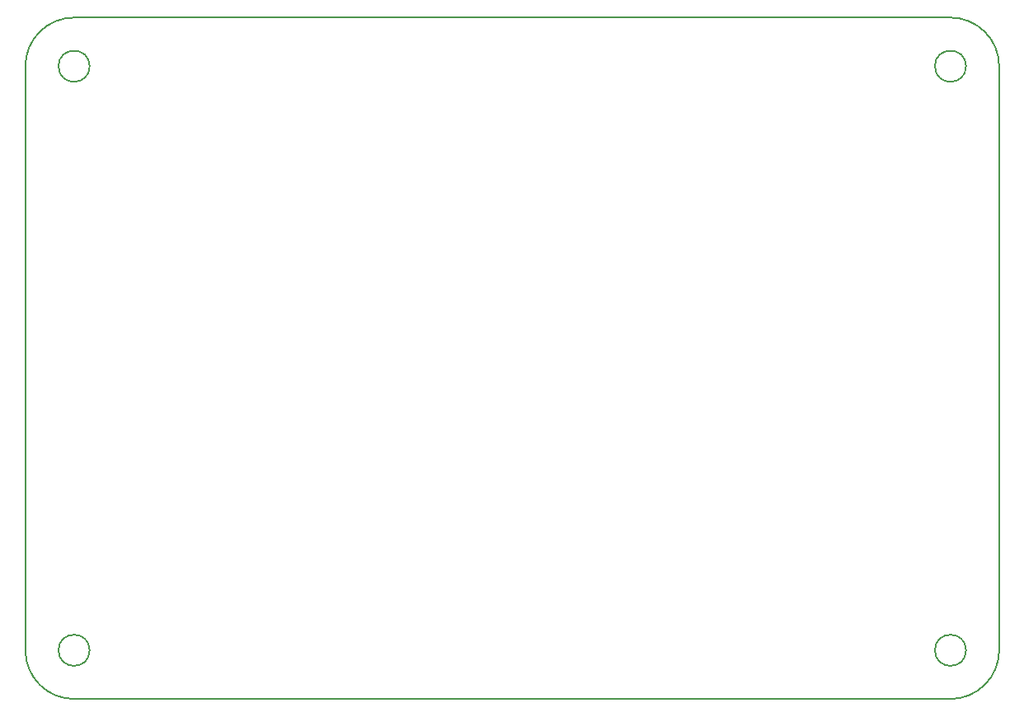
<source format=gbr>
%TF.GenerationSoftware,KiCad,Pcbnew,(6.0.11)*%
%TF.CreationDate,2024-02-29T08:20:34+09:00*%
%TF.ProjectId,Pole,506f6c65-2e6b-4696-9361-645f70636258,rev?*%
%TF.SameCoordinates,Original*%
%TF.FileFunction,Profile,NP*%
%FSLAX46Y46*%
G04 Gerber Fmt 4.6, Leading zero omitted, Abs format (unit mm)*
G04 Created by KiCad (PCBNEW (6.0.11)) date 2024-02-29 08:20:34*
%MOMM*%
%LPD*%
G01*
G04 APERTURE LIST*
%TA.AperFunction,Profile*%
%ADD10C,0.200000*%
%TD*%
G04 APERTURE END LIST*
D10*
X219500000Y-130750000D02*
G75*
G03*
X224499999Y-125750001I8J4999991D01*
G01*
X131099999Y-125749999D02*
G75*
G03*
X131099999Y-125749999I-1600000J0D01*
G01*
X129499999Y-130749999D02*
X219500000Y-130750000D01*
X219499999Y-60750001D02*
X129499999Y-60749999D01*
X124499999Y-65749999D02*
X124499999Y-125749999D01*
X124499999Y-125749999D02*
G75*
G03*
X129499999Y-130749999I5000000J0D01*
G01*
X129499999Y-60749999D02*
G75*
G03*
X124499999Y-65749999I0J-5000000D01*
G01*
X221100001Y-125750000D02*
G75*
G03*
X221100001Y-125750000I-1600001J0D01*
G01*
X224499999Y-125750001D02*
X224499999Y-65749999D01*
X221100000Y-65750000D02*
G75*
G03*
X221100000Y-65750000I-1600000J0D01*
G01*
X131099999Y-65749999D02*
G75*
G03*
X131099999Y-65749999I-1600000J0D01*
G01*
X224499999Y-65749999D02*
G75*
G03*
X219499999Y-60750001I-4999991J7D01*
G01*
M02*

</source>
